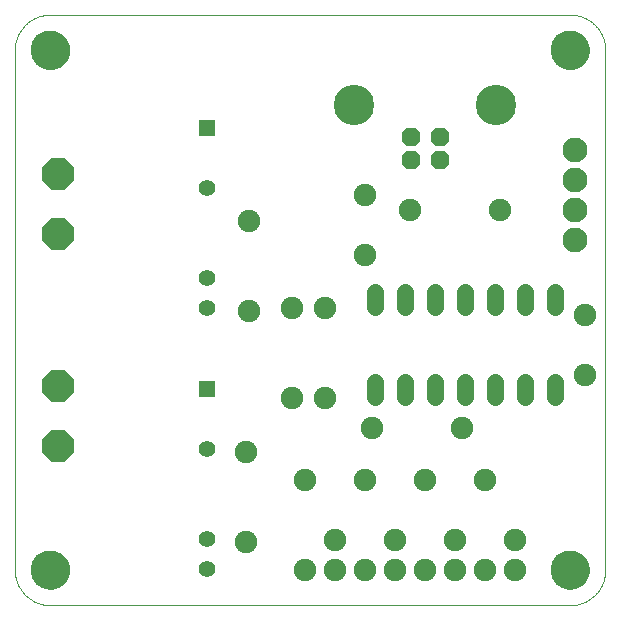
<source format=gbs>
G75*
%MOIN*%
%OFA0B0*%
%FSLAX25Y25*%
%IPPOS*%
%LPD*%
%AMOC8*
5,1,8,0,0,1.08239X$1,22.5*
%
%ADD10C,0.00000*%
%ADD11C,0.12998*%
%ADD12C,0.07487*%
%ADD13C,0.05600*%
%ADD14OC8,0.06140*%
%ADD15C,0.13455*%
%ADD16C,0.08274*%
%ADD17R,0.05550X0.05550*%
%ADD18C,0.05550*%
%ADD19OC8,0.10400*%
D10*
X0013011Y0007724D02*
X0186239Y0007724D01*
X0179940Y0019535D02*
X0179942Y0019693D01*
X0179948Y0019851D01*
X0179958Y0020009D01*
X0179972Y0020167D01*
X0179990Y0020324D01*
X0180011Y0020481D01*
X0180037Y0020637D01*
X0180067Y0020793D01*
X0180100Y0020948D01*
X0180138Y0021101D01*
X0180179Y0021254D01*
X0180224Y0021406D01*
X0180273Y0021557D01*
X0180326Y0021706D01*
X0180382Y0021854D01*
X0180442Y0022000D01*
X0180506Y0022145D01*
X0180574Y0022288D01*
X0180645Y0022430D01*
X0180719Y0022570D01*
X0180797Y0022707D01*
X0180879Y0022843D01*
X0180963Y0022977D01*
X0181052Y0023108D01*
X0181143Y0023237D01*
X0181238Y0023364D01*
X0181335Y0023489D01*
X0181436Y0023611D01*
X0181540Y0023730D01*
X0181647Y0023847D01*
X0181757Y0023961D01*
X0181870Y0024072D01*
X0181985Y0024181D01*
X0182103Y0024286D01*
X0182224Y0024388D01*
X0182347Y0024488D01*
X0182473Y0024584D01*
X0182601Y0024677D01*
X0182731Y0024767D01*
X0182864Y0024853D01*
X0182999Y0024937D01*
X0183135Y0025016D01*
X0183274Y0025093D01*
X0183415Y0025165D01*
X0183557Y0025235D01*
X0183701Y0025300D01*
X0183847Y0025362D01*
X0183994Y0025420D01*
X0184143Y0025475D01*
X0184293Y0025526D01*
X0184444Y0025573D01*
X0184596Y0025616D01*
X0184749Y0025655D01*
X0184904Y0025691D01*
X0185059Y0025722D01*
X0185215Y0025750D01*
X0185371Y0025774D01*
X0185528Y0025794D01*
X0185686Y0025810D01*
X0185843Y0025822D01*
X0186002Y0025830D01*
X0186160Y0025834D01*
X0186318Y0025834D01*
X0186476Y0025830D01*
X0186635Y0025822D01*
X0186792Y0025810D01*
X0186950Y0025794D01*
X0187107Y0025774D01*
X0187263Y0025750D01*
X0187419Y0025722D01*
X0187574Y0025691D01*
X0187729Y0025655D01*
X0187882Y0025616D01*
X0188034Y0025573D01*
X0188185Y0025526D01*
X0188335Y0025475D01*
X0188484Y0025420D01*
X0188631Y0025362D01*
X0188777Y0025300D01*
X0188921Y0025235D01*
X0189063Y0025165D01*
X0189204Y0025093D01*
X0189343Y0025016D01*
X0189479Y0024937D01*
X0189614Y0024853D01*
X0189747Y0024767D01*
X0189877Y0024677D01*
X0190005Y0024584D01*
X0190131Y0024488D01*
X0190254Y0024388D01*
X0190375Y0024286D01*
X0190493Y0024181D01*
X0190608Y0024072D01*
X0190721Y0023961D01*
X0190831Y0023847D01*
X0190938Y0023730D01*
X0191042Y0023611D01*
X0191143Y0023489D01*
X0191240Y0023364D01*
X0191335Y0023237D01*
X0191426Y0023108D01*
X0191515Y0022977D01*
X0191599Y0022843D01*
X0191681Y0022707D01*
X0191759Y0022570D01*
X0191833Y0022430D01*
X0191904Y0022288D01*
X0191972Y0022145D01*
X0192036Y0022000D01*
X0192096Y0021854D01*
X0192152Y0021706D01*
X0192205Y0021557D01*
X0192254Y0021406D01*
X0192299Y0021254D01*
X0192340Y0021101D01*
X0192378Y0020948D01*
X0192411Y0020793D01*
X0192441Y0020637D01*
X0192467Y0020481D01*
X0192488Y0020324D01*
X0192506Y0020167D01*
X0192520Y0020009D01*
X0192530Y0019851D01*
X0192536Y0019693D01*
X0192538Y0019535D01*
X0192536Y0019377D01*
X0192530Y0019219D01*
X0192520Y0019061D01*
X0192506Y0018903D01*
X0192488Y0018746D01*
X0192467Y0018589D01*
X0192441Y0018433D01*
X0192411Y0018277D01*
X0192378Y0018122D01*
X0192340Y0017969D01*
X0192299Y0017816D01*
X0192254Y0017664D01*
X0192205Y0017513D01*
X0192152Y0017364D01*
X0192096Y0017216D01*
X0192036Y0017070D01*
X0191972Y0016925D01*
X0191904Y0016782D01*
X0191833Y0016640D01*
X0191759Y0016500D01*
X0191681Y0016363D01*
X0191599Y0016227D01*
X0191515Y0016093D01*
X0191426Y0015962D01*
X0191335Y0015833D01*
X0191240Y0015706D01*
X0191143Y0015581D01*
X0191042Y0015459D01*
X0190938Y0015340D01*
X0190831Y0015223D01*
X0190721Y0015109D01*
X0190608Y0014998D01*
X0190493Y0014889D01*
X0190375Y0014784D01*
X0190254Y0014682D01*
X0190131Y0014582D01*
X0190005Y0014486D01*
X0189877Y0014393D01*
X0189747Y0014303D01*
X0189614Y0014217D01*
X0189479Y0014133D01*
X0189343Y0014054D01*
X0189204Y0013977D01*
X0189063Y0013905D01*
X0188921Y0013835D01*
X0188777Y0013770D01*
X0188631Y0013708D01*
X0188484Y0013650D01*
X0188335Y0013595D01*
X0188185Y0013544D01*
X0188034Y0013497D01*
X0187882Y0013454D01*
X0187729Y0013415D01*
X0187574Y0013379D01*
X0187419Y0013348D01*
X0187263Y0013320D01*
X0187107Y0013296D01*
X0186950Y0013276D01*
X0186792Y0013260D01*
X0186635Y0013248D01*
X0186476Y0013240D01*
X0186318Y0013236D01*
X0186160Y0013236D01*
X0186002Y0013240D01*
X0185843Y0013248D01*
X0185686Y0013260D01*
X0185528Y0013276D01*
X0185371Y0013296D01*
X0185215Y0013320D01*
X0185059Y0013348D01*
X0184904Y0013379D01*
X0184749Y0013415D01*
X0184596Y0013454D01*
X0184444Y0013497D01*
X0184293Y0013544D01*
X0184143Y0013595D01*
X0183994Y0013650D01*
X0183847Y0013708D01*
X0183701Y0013770D01*
X0183557Y0013835D01*
X0183415Y0013905D01*
X0183274Y0013977D01*
X0183135Y0014054D01*
X0182999Y0014133D01*
X0182864Y0014217D01*
X0182731Y0014303D01*
X0182601Y0014393D01*
X0182473Y0014486D01*
X0182347Y0014582D01*
X0182224Y0014682D01*
X0182103Y0014784D01*
X0181985Y0014889D01*
X0181870Y0014998D01*
X0181757Y0015109D01*
X0181647Y0015223D01*
X0181540Y0015340D01*
X0181436Y0015459D01*
X0181335Y0015581D01*
X0181238Y0015706D01*
X0181143Y0015833D01*
X0181052Y0015962D01*
X0180963Y0016093D01*
X0180879Y0016227D01*
X0180797Y0016363D01*
X0180719Y0016500D01*
X0180645Y0016640D01*
X0180574Y0016782D01*
X0180506Y0016925D01*
X0180442Y0017070D01*
X0180382Y0017216D01*
X0180326Y0017364D01*
X0180273Y0017513D01*
X0180224Y0017664D01*
X0180179Y0017816D01*
X0180138Y0017969D01*
X0180100Y0018122D01*
X0180067Y0018277D01*
X0180037Y0018433D01*
X0180011Y0018589D01*
X0179990Y0018746D01*
X0179972Y0018903D01*
X0179958Y0019061D01*
X0179948Y0019219D01*
X0179942Y0019377D01*
X0179940Y0019535D01*
X0186239Y0007724D02*
X0186524Y0007727D01*
X0186810Y0007738D01*
X0187095Y0007755D01*
X0187379Y0007779D01*
X0187663Y0007810D01*
X0187946Y0007848D01*
X0188227Y0007893D01*
X0188508Y0007944D01*
X0188788Y0008002D01*
X0189066Y0008067D01*
X0189342Y0008139D01*
X0189616Y0008217D01*
X0189889Y0008302D01*
X0190159Y0008394D01*
X0190427Y0008492D01*
X0190693Y0008596D01*
X0190956Y0008707D01*
X0191216Y0008824D01*
X0191474Y0008947D01*
X0191728Y0009077D01*
X0191979Y0009213D01*
X0192227Y0009354D01*
X0192471Y0009502D01*
X0192712Y0009655D01*
X0192948Y0009815D01*
X0193181Y0009980D01*
X0193410Y0010150D01*
X0193635Y0010326D01*
X0193855Y0010508D01*
X0194071Y0010694D01*
X0194282Y0010886D01*
X0194489Y0011083D01*
X0194691Y0011285D01*
X0194888Y0011492D01*
X0195080Y0011703D01*
X0195266Y0011919D01*
X0195448Y0012139D01*
X0195624Y0012364D01*
X0195794Y0012593D01*
X0195959Y0012826D01*
X0196119Y0013062D01*
X0196272Y0013303D01*
X0196420Y0013547D01*
X0196561Y0013795D01*
X0196697Y0014046D01*
X0196827Y0014300D01*
X0196950Y0014558D01*
X0197067Y0014818D01*
X0197178Y0015081D01*
X0197282Y0015347D01*
X0197380Y0015615D01*
X0197472Y0015885D01*
X0197557Y0016158D01*
X0197635Y0016432D01*
X0197707Y0016708D01*
X0197772Y0016986D01*
X0197830Y0017266D01*
X0197881Y0017547D01*
X0197926Y0017828D01*
X0197964Y0018111D01*
X0197995Y0018395D01*
X0198019Y0018679D01*
X0198036Y0018964D01*
X0198047Y0019250D01*
X0198050Y0019535D01*
X0198050Y0192764D01*
X0179940Y0192764D02*
X0179942Y0192922D01*
X0179948Y0193080D01*
X0179958Y0193238D01*
X0179972Y0193396D01*
X0179990Y0193553D01*
X0180011Y0193710D01*
X0180037Y0193866D01*
X0180067Y0194022D01*
X0180100Y0194177D01*
X0180138Y0194330D01*
X0180179Y0194483D01*
X0180224Y0194635D01*
X0180273Y0194786D01*
X0180326Y0194935D01*
X0180382Y0195083D01*
X0180442Y0195229D01*
X0180506Y0195374D01*
X0180574Y0195517D01*
X0180645Y0195659D01*
X0180719Y0195799D01*
X0180797Y0195936D01*
X0180879Y0196072D01*
X0180963Y0196206D01*
X0181052Y0196337D01*
X0181143Y0196466D01*
X0181238Y0196593D01*
X0181335Y0196718D01*
X0181436Y0196840D01*
X0181540Y0196959D01*
X0181647Y0197076D01*
X0181757Y0197190D01*
X0181870Y0197301D01*
X0181985Y0197410D01*
X0182103Y0197515D01*
X0182224Y0197617D01*
X0182347Y0197717D01*
X0182473Y0197813D01*
X0182601Y0197906D01*
X0182731Y0197996D01*
X0182864Y0198082D01*
X0182999Y0198166D01*
X0183135Y0198245D01*
X0183274Y0198322D01*
X0183415Y0198394D01*
X0183557Y0198464D01*
X0183701Y0198529D01*
X0183847Y0198591D01*
X0183994Y0198649D01*
X0184143Y0198704D01*
X0184293Y0198755D01*
X0184444Y0198802D01*
X0184596Y0198845D01*
X0184749Y0198884D01*
X0184904Y0198920D01*
X0185059Y0198951D01*
X0185215Y0198979D01*
X0185371Y0199003D01*
X0185528Y0199023D01*
X0185686Y0199039D01*
X0185843Y0199051D01*
X0186002Y0199059D01*
X0186160Y0199063D01*
X0186318Y0199063D01*
X0186476Y0199059D01*
X0186635Y0199051D01*
X0186792Y0199039D01*
X0186950Y0199023D01*
X0187107Y0199003D01*
X0187263Y0198979D01*
X0187419Y0198951D01*
X0187574Y0198920D01*
X0187729Y0198884D01*
X0187882Y0198845D01*
X0188034Y0198802D01*
X0188185Y0198755D01*
X0188335Y0198704D01*
X0188484Y0198649D01*
X0188631Y0198591D01*
X0188777Y0198529D01*
X0188921Y0198464D01*
X0189063Y0198394D01*
X0189204Y0198322D01*
X0189343Y0198245D01*
X0189479Y0198166D01*
X0189614Y0198082D01*
X0189747Y0197996D01*
X0189877Y0197906D01*
X0190005Y0197813D01*
X0190131Y0197717D01*
X0190254Y0197617D01*
X0190375Y0197515D01*
X0190493Y0197410D01*
X0190608Y0197301D01*
X0190721Y0197190D01*
X0190831Y0197076D01*
X0190938Y0196959D01*
X0191042Y0196840D01*
X0191143Y0196718D01*
X0191240Y0196593D01*
X0191335Y0196466D01*
X0191426Y0196337D01*
X0191515Y0196206D01*
X0191599Y0196072D01*
X0191681Y0195936D01*
X0191759Y0195799D01*
X0191833Y0195659D01*
X0191904Y0195517D01*
X0191972Y0195374D01*
X0192036Y0195229D01*
X0192096Y0195083D01*
X0192152Y0194935D01*
X0192205Y0194786D01*
X0192254Y0194635D01*
X0192299Y0194483D01*
X0192340Y0194330D01*
X0192378Y0194177D01*
X0192411Y0194022D01*
X0192441Y0193866D01*
X0192467Y0193710D01*
X0192488Y0193553D01*
X0192506Y0193396D01*
X0192520Y0193238D01*
X0192530Y0193080D01*
X0192536Y0192922D01*
X0192538Y0192764D01*
X0192536Y0192606D01*
X0192530Y0192448D01*
X0192520Y0192290D01*
X0192506Y0192132D01*
X0192488Y0191975D01*
X0192467Y0191818D01*
X0192441Y0191662D01*
X0192411Y0191506D01*
X0192378Y0191351D01*
X0192340Y0191198D01*
X0192299Y0191045D01*
X0192254Y0190893D01*
X0192205Y0190742D01*
X0192152Y0190593D01*
X0192096Y0190445D01*
X0192036Y0190299D01*
X0191972Y0190154D01*
X0191904Y0190011D01*
X0191833Y0189869D01*
X0191759Y0189729D01*
X0191681Y0189592D01*
X0191599Y0189456D01*
X0191515Y0189322D01*
X0191426Y0189191D01*
X0191335Y0189062D01*
X0191240Y0188935D01*
X0191143Y0188810D01*
X0191042Y0188688D01*
X0190938Y0188569D01*
X0190831Y0188452D01*
X0190721Y0188338D01*
X0190608Y0188227D01*
X0190493Y0188118D01*
X0190375Y0188013D01*
X0190254Y0187911D01*
X0190131Y0187811D01*
X0190005Y0187715D01*
X0189877Y0187622D01*
X0189747Y0187532D01*
X0189614Y0187446D01*
X0189479Y0187362D01*
X0189343Y0187283D01*
X0189204Y0187206D01*
X0189063Y0187134D01*
X0188921Y0187064D01*
X0188777Y0186999D01*
X0188631Y0186937D01*
X0188484Y0186879D01*
X0188335Y0186824D01*
X0188185Y0186773D01*
X0188034Y0186726D01*
X0187882Y0186683D01*
X0187729Y0186644D01*
X0187574Y0186608D01*
X0187419Y0186577D01*
X0187263Y0186549D01*
X0187107Y0186525D01*
X0186950Y0186505D01*
X0186792Y0186489D01*
X0186635Y0186477D01*
X0186476Y0186469D01*
X0186318Y0186465D01*
X0186160Y0186465D01*
X0186002Y0186469D01*
X0185843Y0186477D01*
X0185686Y0186489D01*
X0185528Y0186505D01*
X0185371Y0186525D01*
X0185215Y0186549D01*
X0185059Y0186577D01*
X0184904Y0186608D01*
X0184749Y0186644D01*
X0184596Y0186683D01*
X0184444Y0186726D01*
X0184293Y0186773D01*
X0184143Y0186824D01*
X0183994Y0186879D01*
X0183847Y0186937D01*
X0183701Y0186999D01*
X0183557Y0187064D01*
X0183415Y0187134D01*
X0183274Y0187206D01*
X0183135Y0187283D01*
X0182999Y0187362D01*
X0182864Y0187446D01*
X0182731Y0187532D01*
X0182601Y0187622D01*
X0182473Y0187715D01*
X0182347Y0187811D01*
X0182224Y0187911D01*
X0182103Y0188013D01*
X0181985Y0188118D01*
X0181870Y0188227D01*
X0181757Y0188338D01*
X0181647Y0188452D01*
X0181540Y0188569D01*
X0181436Y0188688D01*
X0181335Y0188810D01*
X0181238Y0188935D01*
X0181143Y0189062D01*
X0181052Y0189191D01*
X0180963Y0189322D01*
X0180879Y0189456D01*
X0180797Y0189592D01*
X0180719Y0189729D01*
X0180645Y0189869D01*
X0180574Y0190011D01*
X0180506Y0190154D01*
X0180442Y0190299D01*
X0180382Y0190445D01*
X0180326Y0190593D01*
X0180273Y0190742D01*
X0180224Y0190893D01*
X0180179Y0191045D01*
X0180138Y0191198D01*
X0180100Y0191351D01*
X0180067Y0191506D01*
X0180037Y0191662D01*
X0180011Y0191818D01*
X0179990Y0191975D01*
X0179972Y0192132D01*
X0179958Y0192290D01*
X0179948Y0192448D01*
X0179942Y0192606D01*
X0179940Y0192764D01*
X0186239Y0204575D02*
X0186524Y0204572D01*
X0186810Y0204561D01*
X0187095Y0204544D01*
X0187379Y0204520D01*
X0187663Y0204489D01*
X0187946Y0204451D01*
X0188227Y0204406D01*
X0188508Y0204355D01*
X0188788Y0204297D01*
X0189066Y0204232D01*
X0189342Y0204160D01*
X0189616Y0204082D01*
X0189889Y0203997D01*
X0190159Y0203905D01*
X0190427Y0203807D01*
X0190693Y0203703D01*
X0190956Y0203592D01*
X0191216Y0203475D01*
X0191474Y0203352D01*
X0191728Y0203222D01*
X0191979Y0203086D01*
X0192227Y0202945D01*
X0192471Y0202797D01*
X0192712Y0202644D01*
X0192948Y0202484D01*
X0193181Y0202319D01*
X0193410Y0202149D01*
X0193635Y0201973D01*
X0193855Y0201791D01*
X0194071Y0201605D01*
X0194282Y0201413D01*
X0194489Y0201216D01*
X0194691Y0201014D01*
X0194888Y0200807D01*
X0195080Y0200596D01*
X0195266Y0200380D01*
X0195448Y0200160D01*
X0195624Y0199935D01*
X0195794Y0199706D01*
X0195959Y0199473D01*
X0196119Y0199237D01*
X0196272Y0198996D01*
X0196420Y0198752D01*
X0196561Y0198504D01*
X0196697Y0198253D01*
X0196827Y0197999D01*
X0196950Y0197741D01*
X0197067Y0197481D01*
X0197178Y0197218D01*
X0197282Y0196952D01*
X0197380Y0196684D01*
X0197472Y0196414D01*
X0197557Y0196141D01*
X0197635Y0195867D01*
X0197707Y0195591D01*
X0197772Y0195313D01*
X0197830Y0195033D01*
X0197881Y0194752D01*
X0197926Y0194471D01*
X0197964Y0194188D01*
X0197995Y0193904D01*
X0198019Y0193620D01*
X0198036Y0193335D01*
X0198047Y0193049D01*
X0198050Y0192764D01*
X0186239Y0204575D02*
X0013011Y0204575D01*
X0006712Y0192764D02*
X0006714Y0192922D01*
X0006720Y0193080D01*
X0006730Y0193238D01*
X0006744Y0193396D01*
X0006762Y0193553D01*
X0006783Y0193710D01*
X0006809Y0193866D01*
X0006839Y0194022D01*
X0006872Y0194177D01*
X0006910Y0194330D01*
X0006951Y0194483D01*
X0006996Y0194635D01*
X0007045Y0194786D01*
X0007098Y0194935D01*
X0007154Y0195083D01*
X0007214Y0195229D01*
X0007278Y0195374D01*
X0007346Y0195517D01*
X0007417Y0195659D01*
X0007491Y0195799D01*
X0007569Y0195936D01*
X0007651Y0196072D01*
X0007735Y0196206D01*
X0007824Y0196337D01*
X0007915Y0196466D01*
X0008010Y0196593D01*
X0008107Y0196718D01*
X0008208Y0196840D01*
X0008312Y0196959D01*
X0008419Y0197076D01*
X0008529Y0197190D01*
X0008642Y0197301D01*
X0008757Y0197410D01*
X0008875Y0197515D01*
X0008996Y0197617D01*
X0009119Y0197717D01*
X0009245Y0197813D01*
X0009373Y0197906D01*
X0009503Y0197996D01*
X0009636Y0198082D01*
X0009771Y0198166D01*
X0009907Y0198245D01*
X0010046Y0198322D01*
X0010187Y0198394D01*
X0010329Y0198464D01*
X0010473Y0198529D01*
X0010619Y0198591D01*
X0010766Y0198649D01*
X0010915Y0198704D01*
X0011065Y0198755D01*
X0011216Y0198802D01*
X0011368Y0198845D01*
X0011521Y0198884D01*
X0011676Y0198920D01*
X0011831Y0198951D01*
X0011987Y0198979D01*
X0012143Y0199003D01*
X0012300Y0199023D01*
X0012458Y0199039D01*
X0012615Y0199051D01*
X0012774Y0199059D01*
X0012932Y0199063D01*
X0013090Y0199063D01*
X0013248Y0199059D01*
X0013407Y0199051D01*
X0013564Y0199039D01*
X0013722Y0199023D01*
X0013879Y0199003D01*
X0014035Y0198979D01*
X0014191Y0198951D01*
X0014346Y0198920D01*
X0014501Y0198884D01*
X0014654Y0198845D01*
X0014806Y0198802D01*
X0014957Y0198755D01*
X0015107Y0198704D01*
X0015256Y0198649D01*
X0015403Y0198591D01*
X0015549Y0198529D01*
X0015693Y0198464D01*
X0015835Y0198394D01*
X0015976Y0198322D01*
X0016115Y0198245D01*
X0016251Y0198166D01*
X0016386Y0198082D01*
X0016519Y0197996D01*
X0016649Y0197906D01*
X0016777Y0197813D01*
X0016903Y0197717D01*
X0017026Y0197617D01*
X0017147Y0197515D01*
X0017265Y0197410D01*
X0017380Y0197301D01*
X0017493Y0197190D01*
X0017603Y0197076D01*
X0017710Y0196959D01*
X0017814Y0196840D01*
X0017915Y0196718D01*
X0018012Y0196593D01*
X0018107Y0196466D01*
X0018198Y0196337D01*
X0018287Y0196206D01*
X0018371Y0196072D01*
X0018453Y0195936D01*
X0018531Y0195799D01*
X0018605Y0195659D01*
X0018676Y0195517D01*
X0018744Y0195374D01*
X0018808Y0195229D01*
X0018868Y0195083D01*
X0018924Y0194935D01*
X0018977Y0194786D01*
X0019026Y0194635D01*
X0019071Y0194483D01*
X0019112Y0194330D01*
X0019150Y0194177D01*
X0019183Y0194022D01*
X0019213Y0193866D01*
X0019239Y0193710D01*
X0019260Y0193553D01*
X0019278Y0193396D01*
X0019292Y0193238D01*
X0019302Y0193080D01*
X0019308Y0192922D01*
X0019310Y0192764D01*
X0019308Y0192606D01*
X0019302Y0192448D01*
X0019292Y0192290D01*
X0019278Y0192132D01*
X0019260Y0191975D01*
X0019239Y0191818D01*
X0019213Y0191662D01*
X0019183Y0191506D01*
X0019150Y0191351D01*
X0019112Y0191198D01*
X0019071Y0191045D01*
X0019026Y0190893D01*
X0018977Y0190742D01*
X0018924Y0190593D01*
X0018868Y0190445D01*
X0018808Y0190299D01*
X0018744Y0190154D01*
X0018676Y0190011D01*
X0018605Y0189869D01*
X0018531Y0189729D01*
X0018453Y0189592D01*
X0018371Y0189456D01*
X0018287Y0189322D01*
X0018198Y0189191D01*
X0018107Y0189062D01*
X0018012Y0188935D01*
X0017915Y0188810D01*
X0017814Y0188688D01*
X0017710Y0188569D01*
X0017603Y0188452D01*
X0017493Y0188338D01*
X0017380Y0188227D01*
X0017265Y0188118D01*
X0017147Y0188013D01*
X0017026Y0187911D01*
X0016903Y0187811D01*
X0016777Y0187715D01*
X0016649Y0187622D01*
X0016519Y0187532D01*
X0016386Y0187446D01*
X0016251Y0187362D01*
X0016115Y0187283D01*
X0015976Y0187206D01*
X0015835Y0187134D01*
X0015693Y0187064D01*
X0015549Y0186999D01*
X0015403Y0186937D01*
X0015256Y0186879D01*
X0015107Y0186824D01*
X0014957Y0186773D01*
X0014806Y0186726D01*
X0014654Y0186683D01*
X0014501Y0186644D01*
X0014346Y0186608D01*
X0014191Y0186577D01*
X0014035Y0186549D01*
X0013879Y0186525D01*
X0013722Y0186505D01*
X0013564Y0186489D01*
X0013407Y0186477D01*
X0013248Y0186469D01*
X0013090Y0186465D01*
X0012932Y0186465D01*
X0012774Y0186469D01*
X0012615Y0186477D01*
X0012458Y0186489D01*
X0012300Y0186505D01*
X0012143Y0186525D01*
X0011987Y0186549D01*
X0011831Y0186577D01*
X0011676Y0186608D01*
X0011521Y0186644D01*
X0011368Y0186683D01*
X0011216Y0186726D01*
X0011065Y0186773D01*
X0010915Y0186824D01*
X0010766Y0186879D01*
X0010619Y0186937D01*
X0010473Y0186999D01*
X0010329Y0187064D01*
X0010187Y0187134D01*
X0010046Y0187206D01*
X0009907Y0187283D01*
X0009771Y0187362D01*
X0009636Y0187446D01*
X0009503Y0187532D01*
X0009373Y0187622D01*
X0009245Y0187715D01*
X0009119Y0187811D01*
X0008996Y0187911D01*
X0008875Y0188013D01*
X0008757Y0188118D01*
X0008642Y0188227D01*
X0008529Y0188338D01*
X0008419Y0188452D01*
X0008312Y0188569D01*
X0008208Y0188688D01*
X0008107Y0188810D01*
X0008010Y0188935D01*
X0007915Y0189062D01*
X0007824Y0189191D01*
X0007735Y0189322D01*
X0007651Y0189456D01*
X0007569Y0189592D01*
X0007491Y0189729D01*
X0007417Y0189869D01*
X0007346Y0190011D01*
X0007278Y0190154D01*
X0007214Y0190299D01*
X0007154Y0190445D01*
X0007098Y0190593D01*
X0007045Y0190742D01*
X0006996Y0190893D01*
X0006951Y0191045D01*
X0006910Y0191198D01*
X0006872Y0191351D01*
X0006839Y0191506D01*
X0006809Y0191662D01*
X0006783Y0191818D01*
X0006762Y0191975D01*
X0006744Y0192132D01*
X0006730Y0192290D01*
X0006720Y0192448D01*
X0006714Y0192606D01*
X0006712Y0192764D01*
X0001200Y0192764D02*
X0001200Y0019535D01*
X0006712Y0019535D02*
X0006714Y0019693D01*
X0006720Y0019851D01*
X0006730Y0020009D01*
X0006744Y0020167D01*
X0006762Y0020324D01*
X0006783Y0020481D01*
X0006809Y0020637D01*
X0006839Y0020793D01*
X0006872Y0020948D01*
X0006910Y0021101D01*
X0006951Y0021254D01*
X0006996Y0021406D01*
X0007045Y0021557D01*
X0007098Y0021706D01*
X0007154Y0021854D01*
X0007214Y0022000D01*
X0007278Y0022145D01*
X0007346Y0022288D01*
X0007417Y0022430D01*
X0007491Y0022570D01*
X0007569Y0022707D01*
X0007651Y0022843D01*
X0007735Y0022977D01*
X0007824Y0023108D01*
X0007915Y0023237D01*
X0008010Y0023364D01*
X0008107Y0023489D01*
X0008208Y0023611D01*
X0008312Y0023730D01*
X0008419Y0023847D01*
X0008529Y0023961D01*
X0008642Y0024072D01*
X0008757Y0024181D01*
X0008875Y0024286D01*
X0008996Y0024388D01*
X0009119Y0024488D01*
X0009245Y0024584D01*
X0009373Y0024677D01*
X0009503Y0024767D01*
X0009636Y0024853D01*
X0009771Y0024937D01*
X0009907Y0025016D01*
X0010046Y0025093D01*
X0010187Y0025165D01*
X0010329Y0025235D01*
X0010473Y0025300D01*
X0010619Y0025362D01*
X0010766Y0025420D01*
X0010915Y0025475D01*
X0011065Y0025526D01*
X0011216Y0025573D01*
X0011368Y0025616D01*
X0011521Y0025655D01*
X0011676Y0025691D01*
X0011831Y0025722D01*
X0011987Y0025750D01*
X0012143Y0025774D01*
X0012300Y0025794D01*
X0012458Y0025810D01*
X0012615Y0025822D01*
X0012774Y0025830D01*
X0012932Y0025834D01*
X0013090Y0025834D01*
X0013248Y0025830D01*
X0013407Y0025822D01*
X0013564Y0025810D01*
X0013722Y0025794D01*
X0013879Y0025774D01*
X0014035Y0025750D01*
X0014191Y0025722D01*
X0014346Y0025691D01*
X0014501Y0025655D01*
X0014654Y0025616D01*
X0014806Y0025573D01*
X0014957Y0025526D01*
X0015107Y0025475D01*
X0015256Y0025420D01*
X0015403Y0025362D01*
X0015549Y0025300D01*
X0015693Y0025235D01*
X0015835Y0025165D01*
X0015976Y0025093D01*
X0016115Y0025016D01*
X0016251Y0024937D01*
X0016386Y0024853D01*
X0016519Y0024767D01*
X0016649Y0024677D01*
X0016777Y0024584D01*
X0016903Y0024488D01*
X0017026Y0024388D01*
X0017147Y0024286D01*
X0017265Y0024181D01*
X0017380Y0024072D01*
X0017493Y0023961D01*
X0017603Y0023847D01*
X0017710Y0023730D01*
X0017814Y0023611D01*
X0017915Y0023489D01*
X0018012Y0023364D01*
X0018107Y0023237D01*
X0018198Y0023108D01*
X0018287Y0022977D01*
X0018371Y0022843D01*
X0018453Y0022707D01*
X0018531Y0022570D01*
X0018605Y0022430D01*
X0018676Y0022288D01*
X0018744Y0022145D01*
X0018808Y0022000D01*
X0018868Y0021854D01*
X0018924Y0021706D01*
X0018977Y0021557D01*
X0019026Y0021406D01*
X0019071Y0021254D01*
X0019112Y0021101D01*
X0019150Y0020948D01*
X0019183Y0020793D01*
X0019213Y0020637D01*
X0019239Y0020481D01*
X0019260Y0020324D01*
X0019278Y0020167D01*
X0019292Y0020009D01*
X0019302Y0019851D01*
X0019308Y0019693D01*
X0019310Y0019535D01*
X0019308Y0019377D01*
X0019302Y0019219D01*
X0019292Y0019061D01*
X0019278Y0018903D01*
X0019260Y0018746D01*
X0019239Y0018589D01*
X0019213Y0018433D01*
X0019183Y0018277D01*
X0019150Y0018122D01*
X0019112Y0017969D01*
X0019071Y0017816D01*
X0019026Y0017664D01*
X0018977Y0017513D01*
X0018924Y0017364D01*
X0018868Y0017216D01*
X0018808Y0017070D01*
X0018744Y0016925D01*
X0018676Y0016782D01*
X0018605Y0016640D01*
X0018531Y0016500D01*
X0018453Y0016363D01*
X0018371Y0016227D01*
X0018287Y0016093D01*
X0018198Y0015962D01*
X0018107Y0015833D01*
X0018012Y0015706D01*
X0017915Y0015581D01*
X0017814Y0015459D01*
X0017710Y0015340D01*
X0017603Y0015223D01*
X0017493Y0015109D01*
X0017380Y0014998D01*
X0017265Y0014889D01*
X0017147Y0014784D01*
X0017026Y0014682D01*
X0016903Y0014582D01*
X0016777Y0014486D01*
X0016649Y0014393D01*
X0016519Y0014303D01*
X0016386Y0014217D01*
X0016251Y0014133D01*
X0016115Y0014054D01*
X0015976Y0013977D01*
X0015835Y0013905D01*
X0015693Y0013835D01*
X0015549Y0013770D01*
X0015403Y0013708D01*
X0015256Y0013650D01*
X0015107Y0013595D01*
X0014957Y0013544D01*
X0014806Y0013497D01*
X0014654Y0013454D01*
X0014501Y0013415D01*
X0014346Y0013379D01*
X0014191Y0013348D01*
X0014035Y0013320D01*
X0013879Y0013296D01*
X0013722Y0013276D01*
X0013564Y0013260D01*
X0013407Y0013248D01*
X0013248Y0013240D01*
X0013090Y0013236D01*
X0012932Y0013236D01*
X0012774Y0013240D01*
X0012615Y0013248D01*
X0012458Y0013260D01*
X0012300Y0013276D01*
X0012143Y0013296D01*
X0011987Y0013320D01*
X0011831Y0013348D01*
X0011676Y0013379D01*
X0011521Y0013415D01*
X0011368Y0013454D01*
X0011216Y0013497D01*
X0011065Y0013544D01*
X0010915Y0013595D01*
X0010766Y0013650D01*
X0010619Y0013708D01*
X0010473Y0013770D01*
X0010329Y0013835D01*
X0010187Y0013905D01*
X0010046Y0013977D01*
X0009907Y0014054D01*
X0009771Y0014133D01*
X0009636Y0014217D01*
X0009503Y0014303D01*
X0009373Y0014393D01*
X0009245Y0014486D01*
X0009119Y0014582D01*
X0008996Y0014682D01*
X0008875Y0014784D01*
X0008757Y0014889D01*
X0008642Y0014998D01*
X0008529Y0015109D01*
X0008419Y0015223D01*
X0008312Y0015340D01*
X0008208Y0015459D01*
X0008107Y0015581D01*
X0008010Y0015706D01*
X0007915Y0015833D01*
X0007824Y0015962D01*
X0007735Y0016093D01*
X0007651Y0016227D01*
X0007569Y0016363D01*
X0007491Y0016500D01*
X0007417Y0016640D01*
X0007346Y0016782D01*
X0007278Y0016925D01*
X0007214Y0017070D01*
X0007154Y0017216D01*
X0007098Y0017364D01*
X0007045Y0017513D01*
X0006996Y0017664D01*
X0006951Y0017816D01*
X0006910Y0017969D01*
X0006872Y0018122D01*
X0006839Y0018277D01*
X0006809Y0018433D01*
X0006783Y0018589D01*
X0006762Y0018746D01*
X0006744Y0018903D01*
X0006730Y0019061D01*
X0006720Y0019219D01*
X0006714Y0019377D01*
X0006712Y0019535D01*
X0001200Y0019535D02*
X0001203Y0019250D01*
X0001214Y0018964D01*
X0001231Y0018679D01*
X0001255Y0018395D01*
X0001286Y0018111D01*
X0001324Y0017828D01*
X0001369Y0017547D01*
X0001420Y0017266D01*
X0001478Y0016986D01*
X0001543Y0016708D01*
X0001615Y0016432D01*
X0001693Y0016158D01*
X0001778Y0015885D01*
X0001870Y0015615D01*
X0001968Y0015347D01*
X0002072Y0015081D01*
X0002183Y0014818D01*
X0002300Y0014558D01*
X0002423Y0014300D01*
X0002553Y0014046D01*
X0002689Y0013795D01*
X0002830Y0013547D01*
X0002978Y0013303D01*
X0003131Y0013062D01*
X0003291Y0012826D01*
X0003456Y0012593D01*
X0003626Y0012364D01*
X0003802Y0012139D01*
X0003984Y0011919D01*
X0004170Y0011703D01*
X0004362Y0011492D01*
X0004559Y0011285D01*
X0004761Y0011083D01*
X0004968Y0010886D01*
X0005179Y0010694D01*
X0005395Y0010508D01*
X0005615Y0010326D01*
X0005840Y0010150D01*
X0006069Y0009980D01*
X0006302Y0009815D01*
X0006538Y0009655D01*
X0006779Y0009502D01*
X0007023Y0009354D01*
X0007271Y0009213D01*
X0007522Y0009077D01*
X0007776Y0008947D01*
X0008034Y0008824D01*
X0008294Y0008707D01*
X0008557Y0008596D01*
X0008823Y0008492D01*
X0009091Y0008394D01*
X0009361Y0008302D01*
X0009634Y0008217D01*
X0009908Y0008139D01*
X0010184Y0008067D01*
X0010462Y0008002D01*
X0010742Y0007944D01*
X0011023Y0007893D01*
X0011304Y0007848D01*
X0011587Y0007810D01*
X0011871Y0007779D01*
X0012155Y0007755D01*
X0012440Y0007738D01*
X0012726Y0007727D01*
X0013011Y0007724D01*
X0001200Y0192764D02*
X0001203Y0193049D01*
X0001214Y0193335D01*
X0001231Y0193620D01*
X0001255Y0193904D01*
X0001286Y0194188D01*
X0001324Y0194471D01*
X0001369Y0194752D01*
X0001420Y0195033D01*
X0001478Y0195313D01*
X0001543Y0195591D01*
X0001615Y0195867D01*
X0001693Y0196141D01*
X0001778Y0196414D01*
X0001870Y0196684D01*
X0001968Y0196952D01*
X0002072Y0197218D01*
X0002183Y0197481D01*
X0002300Y0197741D01*
X0002423Y0197999D01*
X0002553Y0198253D01*
X0002689Y0198504D01*
X0002830Y0198752D01*
X0002978Y0198996D01*
X0003131Y0199237D01*
X0003291Y0199473D01*
X0003456Y0199706D01*
X0003626Y0199935D01*
X0003802Y0200160D01*
X0003984Y0200380D01*
X0004170Y0200596D01*
X0004362Y0200807D01*
X0004559Y0201014D01*
X0004761Y0201216D01*
X0004968Y0201413D01*
X0005179Y0201605D01*
X0005395Y0201791D01*
X0005615Y0201973D01*
X0005840Y0202149D01*
X0006069Y0202319D01*
X0006302Y0202484D01*
X0006538Y0202644D01*
X0006779Y0202797D01*
X0007023Y0202945D01*
X0007271Y0203086D01*
X0007522Y0203222D01*
X0007776Y0203352D01*
X0008034Y0203475D01*
X0008294Y0203592D01*
X0008557Y0203703D01*
X0008823Y0203807D01*
X0009091Y0203905D01*
X0009361Y0203997D01*
X0009634Y0204082D01*
X0009908Y0204160D01*
X0010184Y0204232D01*
X0010462Y0204297D01*
X0010742Y0204355D01*
X0011023Y0204406D01*
X0011304Y0204451D01*
X0011587Y0204489D01*
X0011871Y0204520D01*
X0012155Y0204544D01*
X0012440Y0204561D01*
X0012726Y0204572D01*
X0013011Y0204575D01*
D11*
X0013011Y0192764D03*
X0013011Y0019535D03*
X0186239Y0019535D03*
X0186239Y0192764D03*
D12*
X0163050Y0139575D03*
X0133050Y0139575D03*
X0118050Y0144575D03*
X0118050Y0124575D03*
X0104487Y0106937D03*
X0093700Y0106937D03*
X0079200Y0105724D03*
X0093700Y0076937D03*
X0104487Y0076937D03*
X0120413Y0066937D03*
X0118050Y0049575D03*
X0108050Y0029575D03*
X0108050Y0019575D03*
X0098050Y0019575D03*
X0078200Y0028724D03*
X0098050Y0049575D03*
X0078200Y0058724D03*
X0118050Y0019575D03*
X0128050Y0019575D03*
X0128050Y0029575D03*
X0138050Y0019575D03*
X0148050Y0019575D03*
X0148050Y0029575D03*
X0158050Y0019575D03*
X0168050Y0019575D03*
X0168050Y0029575D03*
X0158050Y0049575D03*
X0150413Y0066937D03*
X0138050Y0049575D03*
X0191200Y0084575D03*
X0191200Y0104575D03*
X0079200Y0135724D03*
D13*
X0121200Y0112175D02*
X0121200Y0106975D01*
X0131200Y0106975D02*
X0131200Y0112175D01*
X0141200Y0112175D02*
X0141200Y0106975D01*
X0151200Y0106975D02*
X0151200Y0112175D01*
X0161200Y0112175D02*
X0161200Y0106975D01*
X0171200Y0106975D02*
X0171200Y0112175D01*
X0181200Y0112175D02*
X0181200Y0106975D01*
X0181200Y0082175D02*
X0181200Y0076975D01*
X0171200Y0076975D02*
X0171200Y0082175D01*
X0161200Y0082175D02*
X0161200Y0076975D01*
X0151200Y0076975D02*
X0151200Y0082175D01*
X0141200Y0082175D02*
X0141200Y0076975D01*
X0131200Y0076975D02*
X0131200Y0082175D01*
X0121200Y0082175D02*
X0121200Y0076975D01*
D14*
X0133129Y0156031D03*
X0133129Y0163906D03*
X0142972Y0163906D03*
X0142972Y0156031D03*
D15*
X0161751Y0174575D03*
X0114350Y0174575D03*
D16*
X0188050Y0159575D03*
X0188050Y0149575D03*
X0188050Y0139575D03*
X0188050Y0129575D03*
D17*
X0065200Y0166724D03*
X0065200Y0079724D03*
D18*
X0065200Y0059724D03*
X0065200Y0029724D03*
X0065200Y0019724D03*
X0065200Y0106724D03*
X0065200Y0116724D03*
X0065200Y0146724D03*
D19*
X0015665Y0151583D03*
X0015665Y0131583D03*
X0015665Y0080717D03*
X0015665Y0060717D03*
M02*

</source>
